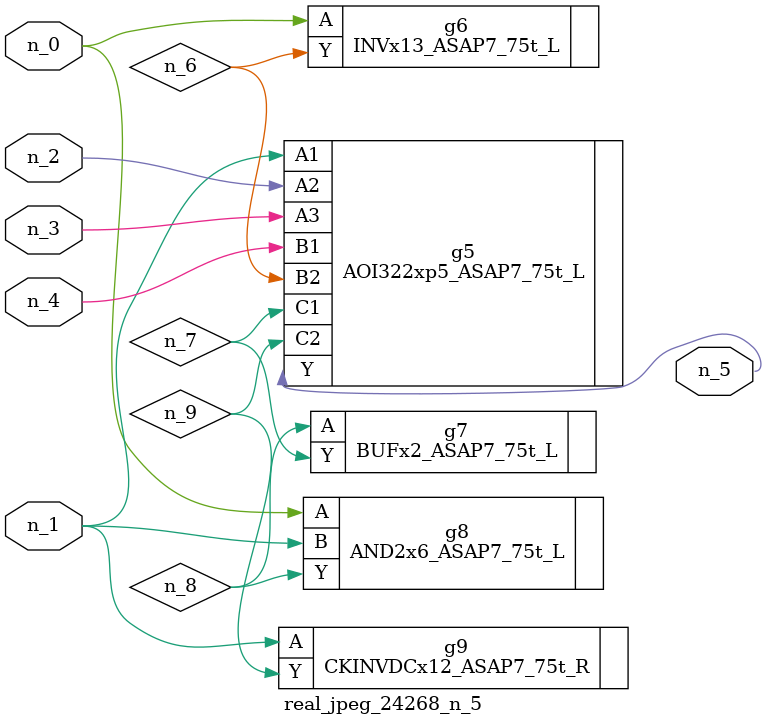
<source format=v>
module real_jpeg_24268_n_5 (n_4, n_0, n_1, n_2, n_3, n_5);

input n_4;
input n_0;
input n_1;
input n_2;
input n_3;

output n_5;

wire n_8;
wire n_6;
wire n_7;
wire n_9;

INVx13_ASAP7_75t_L g6 ( 
.A(n_0),
.Y(n_6)
);

AND2x6_ASAP7_75t_L g8 ( 
.A(n_0),
.B(n_1),
.Y(n_8)
);

AOI322xp5_ASAP7_75t_L g5 ( 
.A1(n_1),
.A2(n_2),
.A3(n_3),
.B1(n_4),
.B2(n_6),
.C1(n_7),
.C2(n_9),
.Y(n_5)
);

CKINVDCx12_ASAP7_75t_R g9 ( 
.A(n_1),
.Y(n_9)
);

BUFx2_ASAP7_75t_L g7 ( 
.A(n_8),
.Y(n_7)
);


endmodule
</source>
